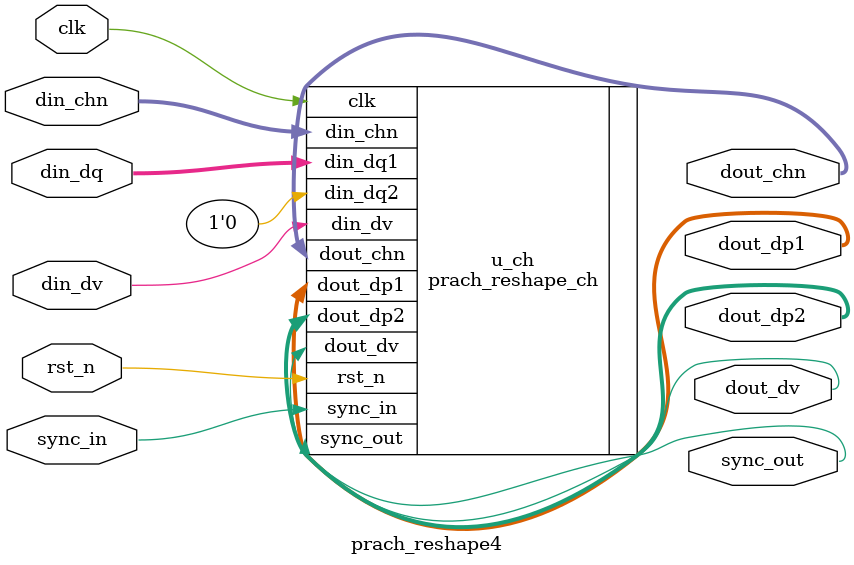
<source format=sv>
`timescale 1 ns / 1 ps
`default_nettype none

module prach_reshape4 (
    input var         clk,
    input var         rst_n,
    //
    input var  [15:0] din_dq,
    input var         din_dv,
    input var  [ 7:0] din_chn,
    input var         sync_in,
    //
    output var [15:0] dout_dp1,
    output var [15:0] dout_dp2,
    output var        dout_dv,
    output var [ 7:0] dout_chn,
    output var        sync_out
);

  prach_reshape_ch #(
      .SIZE(128)
  ) u_ch (
      .clk     (clk),
      .rst_n   (rst_n),
      //
      .din_dq1 (din_dq),
      .din_dq2 ('0),
      .din_dv  (din_dv),
      .din_chn (din_chn),
      .sync_in (sync_in),
      //
      .dout_dp1(dout_dp1),
      .dout_dp2(dout_dp2),
      .dout_dv (dout_dv),
      .dout_chn(dout_chn),
      .sync_out(sync_out)
  );

endmodule

`default_nettype wire

</source>
